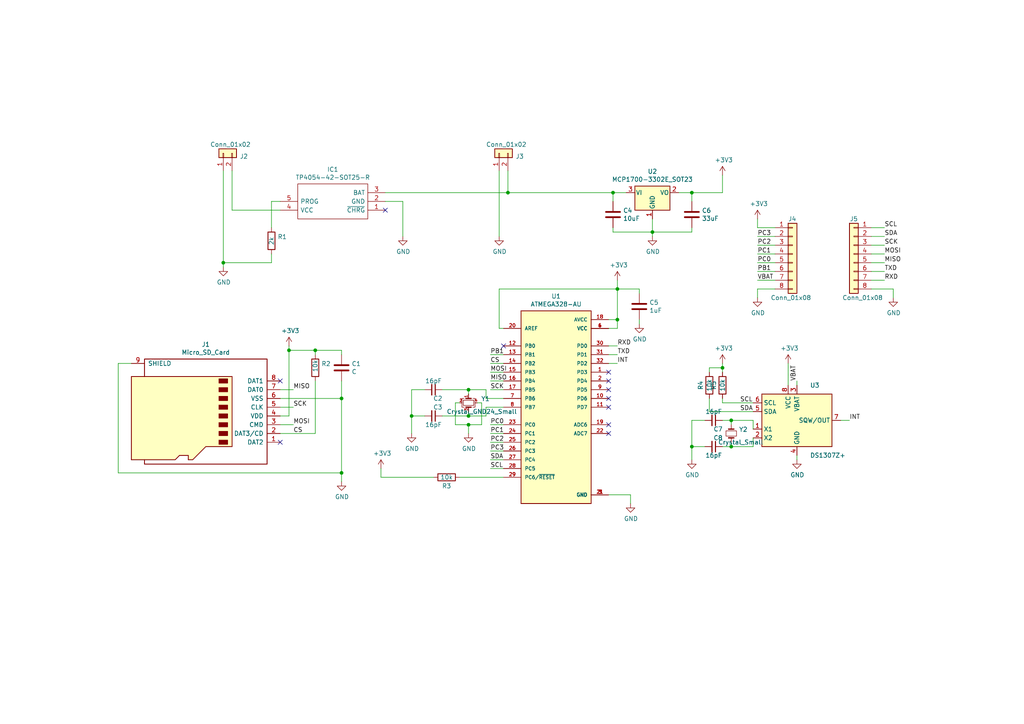
<source format=kicad_sch>
(kicad_sch (version 20230121) (generator eeschema)
  (paper "A4")
  (title_block (title "data-logger") (company "John Greenwell"))
  (lib_symbols
    (symbol "ATMEGA328-AU:ATMEGA328-AU" (pin_names (offset 1.016))
      (property "Reference" "U" (at -10.1854 29.2862 0))
      (property "Value" "ATMEGA328-AU" (at -10.16 -31.7754 0))
      (symbol "ATMEGA328-AU_0_0"
        (rectangle (start -10.16 -27.94) (end 10.16 27.94) (stroke (width 0.254)) (fill (type background)))
        (pin bidirectional line (at 15.24 10.16 180) (length 5.08) (name "PD3") (number "1"))
        (pin bidirectional line (at 15.24 2.54 180) (length 5.08) (name "PD6") (number "10"))
        (pin bidirectional line (at 15.24 0 180) (length 5.08) (name "PD7") (number "11"))
        (pin bidirectional line (at -15.24 17.78 0) (length 5.08) (name "PB0") (number "12"))
        (pin bidirectional line (at -15.24 15.24 0) (length 5.08) (name "PB1") (number "13"))
        (pin bidirectional line (at -15.24 12.7 0) (length 5.08) (name "PB2") (number "14"))
        (pin bidirectional line (at -15.24 10.16 0) (length 5.08) (name "PB3") (number "15"))
        (pin bidirectional line (at -15.24 7.62 0) (length 5.08) (name "PB4") (number "16"))
        (pin bidirectional line (at -15.24 5.08 0) (length 5.08) (name "PB5") (number "17"))
        (pin power_in line (at 15.24 25.4 180) (length 5.08) (name "AVCC") (number "18"))
        (pin bidirectional line (at 15.24 -5.08 180) (length 5.08) (name "ADC6") (number "19"))
        (pin bidirectional line (at 15.24 7.62 180) (length 5.08) (name "PD4") (number "2"))
        (pin input line (at -15.24 22.86 0) (length 5.08) (name "AREF") (number "20"))
        (pin power_in line (at 15.24 -25.4 180) (length 5.08) (name "GND") (number "21"))
        (pin bidirectional line (at 15.24 -7.62 180) (length 5.08) (name "ADC7") (number "22"))
        (pin bidirectional line (at -15.24 -5.08 0) (length 5.08) (name "PC0") (number "23"))
        (pin bidirectional line (at -15.24 -7.62 0) (length 5.08) (name "PC1") (number "24"))
        (pin bidirectional line (at -15.24 -10.16 0) (length 5.08) (name "PC2") (number "25"))
        (pin bidirectional line (at -15.24 -12.7 0) (length 5.08) (name "PC3") (number "26"))
        (pin bidirectional line (at -15.24 -15.24 0) (length 5.08) (name "PC4") (number "27"))
        (pin bidirectional line (at -15.24 -17.78 0) (length 5.08) (name "PC5") (number "28"))
        (pin bidirectional line (at -15.24 -20.32 0) (length 5.08) (name "PC6/~{RESET}") (number "29"))
        (pin power_in line (at 15.24 -25.4 180) (length 5.08) (name "GND") (number "3"))
        (pin bidirectional line (at 15.24 17.78 180) (length 5.08) (name "PD0") (number "30"))
        (pin bidirectional line (at 15.24 15.24 180) (length 5.08) (name "PD1") (number "31"))
        (pin bidirectional line (at 15.24 12.7 180) (length 5.08) (name "PD2") (number "32"))
        (pin power_in line (at 15.24 22.86 180) (length 5.08) (name "VCC") (number "4"))
        (pin power_in line (at 15.24 -25.4 180) (length 5.08) (name "GND") (number "5"))
        (pin power_in line (at 15.24 22.86 180) (length 5.08) (name "VCC") (number "6"))
        (pin bidirectional line (at -15.24 2.54 0) (length 5.08) (name "PB6") (number "7"))
        (pin bidirectional line (at -15.24 0 0) (length 5.08) (name "PB7") (number "8"))
        (pin bidirectional line (at 15.24 5.08 180) (length 5.08) (name "PD5") (number "9"))
      )
    )
    (symbol "Connector:Micro_SD_Card" (pin_names (offset 1.016))
      (property "Reference" "J" (at -16.51 15.24 0))
      (property "Value" "Micro_SD_Card" (at 16.51 15.24 0))
      (symbol "Micro_SD_Card_0_1"
        (rectangle (start -7.62 -9.525) (end -5.08 -10.795) (fill (type outline)))
        (rectangle (start -7.62 -6.985) (end -5.08 -8.255) (fill (type outline)))
        (rectangle (start -7.62 -4.445) (end -5.08 -5.715) (fill (type outline)))
        (rectangle (start -7.62 -1.905) (end -5.08 -3.175) (fill (type outline)))
        (rectangle (start -7.62 0.635) (end -5.08 -0.635) (fill (type outline)))
        (rectangle (start -7.62 3.175) (end -5.08 1.905) (fill (type outline)))
        (rectangle (start -7.62 5.715) (end -5.08 4.445) (fill (type outline)))
        (rectangle (start -7.62 8.255) (end -5.08 6.985) (fill (type outline)))
        (polyline (pts (xy 16.51 12.7) (xy 16.51 13.97) (xy -19.05 13.97) (xy -19.05 -16.51) (xy 16.51 -16.51) (xy 16.51 -11.43)) (stroke (width 0.254)))
        (polyline (pts (xy -8.89 -11.43) (xy -8.89 8.89) (xy -1.27 8.89) (xy 2.54 12.7) (xy 3.81 12.7) (xy 3.81 11.43) (xy 6.35 11.43) (xy 7.62 12.7) (xy 20.32 12.7) (xy 20.32 -11.43) (xy -8.89 -11.43)) (stroke (width 0.254)) (fill (type background)))
      )
      (symbol "Micro_SD_Card_1_1"
        (pin bidirectional line (at -22.86 7.62 0) (length 3.81) (name "DAT2") (number "1"))
        (pin bidirectional line (at -22.86 5.08 0) (length 3.81) (name "DAT3/CD") (number "2"))
        (pin input line (at -22.86 2.54 0) (length 3.81) (name "CMD") (number "3"))
        (pin power_in line (at -22.86 0 0) (length 3.81) (name "VDD") (number "4"))
        (pin input line (at -22.86 -2.54 0) (length 3.81) (name "CLK") (number "5"))
        (pin power_in line (at -22.86 -5.08 0) (length 3.81) (name "VSS") (number "6"))
        (pin bidirectional line (at -22.86 -7.62 0) (length 3.81) (name "DAT0") (number "7"))
        (pin bidirectional line (at -22.86 -10.16 0) (length 3.81) (name "DAT1") (number "8"))
        (pin passive line (at 20.32 -15.24 180) (length 3.81) (name "SHIELD") (number "9"))
      )
    )
    (symbol "Connector_Generic:Conn_01x02" (pin_names (offset 1.016) hide)
      (property "Reference" "J" (at 0 2.54 0))
      (property "Value" "Conn_01x02" (at 0 -5.08 0))
      (symbol "Conn_01x02_1_1"
        (rectangle (start -1.27 -2.413) (end 0 -2.667) (stroke (width 0.1524)))
        (rectangle (start -1.27 0.127) (end 0 -0.127) (stroke (width 0.1524)))
        (rectangle (start -1.27 1.27) (end 1.27 -3.81) (stroke (width 0.254)) (fill (type background)))
        (pin passive line (at -5.08 0 0) (length 3.81) (name "Pin_1") (number "1"))
        (pin passive line (at -5.08 -2.54 0) (length 3.81) (name "Pin_2") (number "2"))
      )
    )
    (symbol "Connector_Generic:Conn_01x08" (pin_names (offset 1.016) hide)
      (property "Reference" "J" (at 0 10.16 0))
      (property "Value" "Conn_01x08" (at 0 -12.7 0))
      (symbol "Conn_01x08_1_1"
        (rectangle (start -1.27 -10.033) (end 0 -10.287) (stroke (width 0.1524)))
        (rectangle (start -1.27 -7.493) (end 0 -7.747) (stroke (width 0.1524)))
        (rectangle (start -1.27 -4.953) (end 0 -5.207) (stroke (width 0.1524)))
        (rectangle (start -1.27 -2.413) (end 0 -2.667) (stroke (width 0.1524)))
        (rectangle (start -1.27 0.127) (end 0 -0.127) (stroke (width 0.1524)))
        (rectangle (start -1.27 2.667) (end 0 2.413) (stroke (width 0.1524)))
        (rectangle (start -1.27 5.207) (end 0 4.953) (stroke (width 0.1524)))
        (rectangle (start -1.27 7.747) (end 0 7.493) (stroke (width 0.1524)))
        (rectangle (start -1.27 8.89) (end 1.27 -11.43) (stroke (width 0.254)) (fill (type background)))
        (pin passive line (at -5.08 7.62 0) (length 3.81) (name "Pin_1") (number "1"))
        (pin passive line (at -5.08 5.08 0) (length 3.81) (name "Pin_2") (number "2"))
        (pin passive line (at -5.08 2.54 0) (length 3.81) (name "Pin_3") (number "3"))
        (pin passive line (at -5.08 0 0) (length 3.81) (name "Pin_4") (number "4"))
        (pin passive line (at -5.08 -2.54 0) (length 3.81) (name "Pin_5") (number "5"))
        (pin passive line (at -5.08 -5.08 0) (length 3.81) (name "Pin_6") (number "6"))
        (pin passive line (at -5.08 -7.62 0) (length 3.81) (name "Pin_7") (number "7"))
        (pin passive line (at -5.08 -10.16 0) (length 3.81) (name "Pin_8") (number "8"))
      )
    )
    (symbol "Device:C" (pin_numbers hide) (pin_names (offset 0.254))
      (property "Reference" "C" (at 0.635 2.54 0))
      (property "Value" "C" (at 0.635 -2.54 0))
      (symbol "C_0_1"
        (polyline (pts (xy -2.032 -0.762) (xy 2.032 -0.762)) (stroke (width 0.508)))
        (polyline (pts (xy -2.032 0.762) (xy 2.032 0.762)) (stroke (width 0.508)))
      )
      (symbol "C_1_1"
        (pin passive line (at 0 3.81 270) (length 2.794) (name "~") (number "1"))
        (pin passive line (at 0 -3.81 90) (length 2.794) (name "~") (number "2"))
      )
    )
    (symbol "Device:C_Small" (pin_numbers hide) (pin_names (offset 0.254) hide)
      (property "Reference" "C" (at 0.254 1.778 0))
      (property "Value" "C_Small" (at 0.254 -2.032 0))
      (symbol "C_Small_0_1"
        (polyline (pts (xy -1.524 -0.508) (xy 1.524 -0.508)) (stroke (width 0.3302)))
        (polyline (pts (xy -1.524 0.508) (xy 1.524 0.508)) (stroke (width 0.3048)))
      )
      (symbol "C_Small_1_1"
        (pin passive line (at 0 2.54 270) (length 2.032) (name "~") (number "1"))
        (pin passive line (at 0 -2.54 90) (length 2.032) (name "~") (number "2"))
      )
    )
    (symbol "Device:Crystal_GND24_Small" (pin_names (offset 1.016) hide)
      (property "Reference" "Y" (at 1.27 4.445 0))
      (property "Value" "Crystal_GND24_Small" (at 1.27 2.54 0))
      (symbol "Crystal_GND24_Small_0_1"
        (rectangle (start -0.762 -1.524) (end 0.762 1.524))
        (polyline (pts (xy -1.27 -0.762) (xy -1.27 0.762)) (stroke (width 0.381)))
        (polyline (pts (xy 1.27 -0.762) (xy 1.27 0.762)) (stroke (width 0.381)))
        (polyline (pts (xy -1.27 -1.27) (xy -1.27 -1.905) (xy 1.27 -1.905) (xy 1.27 -1.27)))
        (polyline (pts (xy -1.27 1.27) (xy -1.27 1.905) (xy 1.27 1.905) (xy 1.27 1.27)))
      )
      (symbol "Crystal_GND24_Small_1_1"
        (pin passive line (at -2.54 0 0) (length 1.27) (name "1") (number "1"))
        (pin passive line (at 0 -2.54 90) (length 0.635) (name "2") (number "2"))
        (pin passive line (at 2.54 0 180) (length 1.27) (name "3") (number "3"))
        (pin passive line (at 0 2.54 270) (length 0.635) (name "4") (number "4"))
      )
    )
    (symbol "Device:Crystal_Small" (pin_numbers hide) (pin_names (offset 1.016) hide)
      (property "Reference" "Y" (at 0 2.54 0))
      (property "Value" "Crystal_Small" (at 0 -2.54 0))
      (symbol "Crystal_Small_0_1"
        (rectangle (start -0.762 -1.524) (end 0.762 1.524))
        (polyline (pts (xy -1.27 -0.762) (xy -1.27 0.762)) (stroke (width 0.381)))
        (polyline (pts (xy 1.27 -0.762) (xy 1.27 0.762)) (stroke (width 0.381)))
      )
      (symbol "Crystal_Small_1_1"
        (pin passive line (at -2.54 0 0) (length 1.27) (name "1") (number "1"))
        (pin passive line (at 2.54 0 180) (length 1.27) (name "2") (number "2"))
      )
    )
    (symbol "Device:R" (pin_numbers hide) (pin_names (offset 0))
      (property "Reference" "R" (at 2.032 0 90))
      (property "Value" "R" (at 0 0 90))
      (symbol "R_0_1"
        (rectangle (start -1.016 -2.54) (end 1.016 2.54) (stroke (width 0.254)))
      )
      (symbol "R_1_1"
        (pin passive line (at 0 3.81 270) (length 1.27) (name "~") (number "1"))
        (pin passive line (at 0 -3.81 90) (length 1.27) (name "~") (number "2"))
      )
    )
    (symbol "TP4054-42-SOT25-R:TP4054-42-SOT25-R" (pin_names (offset 0.762))
      (property "Reference" "IC" (at 26.67 7.62 0))
      (property "Value" "TP4054-42-SOT25-R" (at 26.67 5.08 0))
      (symbol "TP4054-42-SOT25-R_0_0"
        (pin passive line (at 0 0 0) (length 5.08) (name "~{CHRG}") (number "1"))
        (pin passive line (at 0 -2.54 0) (length 5.08) (name "GND") (number "2"))
        (pin passive line (at 0 -5.08 0) (length 5.08) (name "BAT") (number "3"))
        (pin passive line (at 30.48 0 180) (length 5.08) (name "VCC") (number "4"))
        (pin passive line (at 30.48 -2.54 180) (length 5.08) (name "PROG") (number "5"))
      )
      (symbol "TP4054-42-SOT25-R_0_1"
        (polyline (pts (xy 5.08 2.54) (xy 25.4 2.54) (xy 25.4 -7.62) (xy 5.08 -7.62) (xy 5.08 2.54)) (stroke (width 0.1524)))
      )
    )
    (symbol "Timer_RTC:DS1307Z+"
      (property "Reference" "U" (at -8.89 8.89 0))
      (property "Value" "DS1307Z+" (at 1.27 8.89 0))
      (symbol "DS1307Z+_0_1"
        (rectangle (start -10.16 7.62) (end 10.16 -7.62) (stroke (width 0.254)) (fill (type background)))
      )
      (symbol "DS1307Z+_1_1"
        (pin input line (at -12.7 -2.54 0) (length 2.54) (name "X1") (number "1"))
        (pin input line (at -12.7 -5.08 0) (length 2.54) (name "X2") (number "2"))
        (pin power_in line (at 0 10.16 270) (length 2.54) (name "VBAT") (number "3"))
        (pin power_in line (at 0 -10.16 90) (length 2.54) (name "GND") (number "4"))
        (pin bidirectional line (at -12.7 2.54 0) (length 2.54) (name "SDA") (number "5"))
        (pin input line (at -12.7 5.08 0) (length 2.54) (name "SCL") (number "6"))
        (pin open_collector line (at 12.7 0 180) (length 2.54) (name "SQW/OUT") (number "7"))
        (pin power_in line (at -2.54 10.16 270) (length 2.54) (name "VCC") (number "8"))
      )
    )
    (symbol "data-logger-rescue:+3.3V-power" (power) (pin_names (offset 0))
      (property "Value" "+3.3V-power" (at 0 3.556 0))
      (symbol "+3.3V-power_0_1"
        (polyline (pts (xy -0.762 1.27) (xy 0 2.54)))
        (polyline (pts (xy 0 0) (xy 0 2.54)))
        (polyline (pts (xy 0 2.54) (xy 0.762 1.27)))
      )
      (symbol "+3.3V-power_1_1"
        (pin power_in line (at 0 0 90) (length 0) hide (name "+3V3") (number "1"))
      )
    )
    (symbol "data-logger-rescue:MCP1700-3302E_SOT23-Regulator_Linear" (pin_names (offset 0.254))
      (property "Reference" "U" (at -3.81 3.175 0))
      (property "Value" "Regulator_Linear_MCP1700-3302E_SOT23" (at 0 3.175 0))
      (symbol "MCP1700-3302E_SOT23-Regulator_Linear_0_1"
        (rectangle (start -5.08 1.905) (end 5.08 -5.08) (stroke (width 0.254)) (fill (type background)))
      )
      (symbol "MCP1700-3302E_SOT23-Regulator_Linear_1_1"
        (pin power_in line (at 0 -7.62 90) (length 2.54) (name "GND") (number "1"))
        (pin power_out line (at 7.62 0 180) (length 2.54) (name "VO") (number "2"))
        (pin power_in line (at -7.62 0 0) (length 2.54) (name "VI") (number "3"))
      )
    )
    (symbol "power:+3V3" (power) (pin_names (offset 0))
      (property "Value" "+3V3" (at 0 3.556 0))
      (symbol "+3V3_0_1"
        (polyline (pts (xy -0.762 1.27) (xy 0 2.54)))
        (polyline (pts (xy 0 0) (xy 0 2.54)))
        (polyline (pts (xy 0 2.54) (xy 0.762 1.27)))
      )
      (symbol "+3V3_1_1"
        (pin power_in line (at 0 0 90) (length 0) hide (name "+3V3") (number "1"))
      )
    )
    (symbol "power:GND" (power) (pin_names (offset 0))
      (property "Value" "GND" (at 0 -3.81 0))
      (symbol "GND_0_1"
        (polyline (pts (xy 0 0) (xy 0 -1.27) (xy 1.27 -1.27) (xy 0 -2.54) (xy -1.27 -1.27) (xy 0 -1.27)))
      )
      (symbol "GND_1_1"
        (pin power_in line (at 0 0 270) (length 0) hide (name "GND") (number "1"))
      )
    )
  )
  (junction (at 135.89 113.03))
  (junction (at 91.44 101.6))
  (junction (at 200.66 129.54))
  (junction (at 99.06 137.16))
  (junction (at 179.07 92.71))
  (junction (at 179.07 83.82))
  (junction (at 147.32 55.88))
  (junction (at 189.23 67.31))
  (junction (at 200.66 55.88))
  (junction (at 119.38 120.65))
  (junction (at 64.77 76.2))
  (junction (at 177.8 55.88))
  (junction (at 99.06 115.57))
  (junction (at 135.89 120.65))
  (junction (at 212.09 121.92))
  (junction (at 83.82 101.6))
  (junction (at 212.09 129.54))
  (junction (at 135.89 123.19))
  (junction (at 209.55 106.68))
  (no_connect (at 176.53 118.11))
  (no_connect (at 146.05 100.33))
  (no_connect (at 81.28 128.27))
  (no_connect (at 176.53 110.49))
  (no_connect (at 176.53 115.57))
  (no_connect (at 176.53 107.95))
  (no_connect (at 176.53 113.03))
  (no_connect (at 111.76 60.96))
  (no_connect (at 81.28 110.49))
  (no_connect (at 176.53 125.73))
  (no_connect (at 176.53 123.19))
  (wire (pts (xy 38.1 105.41) (xy 34.29 105.41)))
  (wire (pts (xy 64.77 76.2) (xy 78.74 76.2)))
  (wire (pts (xy 111.76 55.88) (xy 147.32 55.88)))
  (wire (pts (xy 204.47 129.54) (xy 200.66 129.54)))
  (wire (pts (xy 142.24 130.81) (xy 146.05 130.81)))
  (wire (pts (xy 116.84 58.42) (xy 116.84 68.58)))
  (wire (pts (xy 185.42 83.82) (xy 179.07 83.82)))
  (wire (pts (xy 67.31 60.96) (xy 81.28 60.96)))
  (wire (pts (xy 91.44 101.6) (xy 99.06 101.6)))
  (wire (pts (xy 144.78 49.53) (xy 144.78 68.58)))
  (wire (pts (xy 218.44 124.46) (xy 218.44 121.92)))
  (wire (pts (xy 219.71 86.36) (xy 219.71 83.82)))
  (wire (pts (xy 111.76 58.42) (xy 116.84 58.42)))
  (wire (pts (xy 176.53 92.71) (xy 179.07 92.71)))
  (wire (pts (xy 81.28 120.65) (xy 83.82 120.65)))
  (wire (pts (xy 83.82 120.65) (xy 83.82 101.6)))
  (wire (pts (xy 138.43 116.84) (xy 139.7 116.84)))
  (wire (pts (xy 224.79 68.58) (xy 219.71 68.58)))
  (wire (pts (xy 259.08 83.82) (xy 259.08 86.36)))
  (wire (pts (xy 99.06 110.49) (xy 99.06 115.57)))
  (wire (pts (xy 78.74 73.66) (xy 78.74 76.2)))
  (wire (pts (xy 142.24 125.73) (xy 146.05 125.73)))
  (wire (pts (xy 224.79 66.04) (xy 219.71 66.04)))
  (wire (pts (xy 185.42 93.98) (xy 185.42 92.71)))
  (wire (pts (xy 219.71 66.04) (xy 219.71 63.5)))
  (wire (pts (xy 205.74 107.95) (xy 205.74 106.68)))
  (wire (pts (xy 182.88 143.51) (xy 182.88 146.05)))
  (wire (pts (xy 205.74 106.68) (xy 209.55 106.68)))
  (wire (pts (xy 176.53 102.87) (xy 179.07 102.87)))
  (wire (pts (xy 252.73 71.12) (xy 256.54 71.12)))
  (wire (pts (xy 78.74 58.42) (xy 81.28 58.42)))
  (wire (pts (xy 200.66 129.54) (xy 200.66 133.35)))
  (wire (pts (xy 146.05 95.25) (xy 144.78 95.25)))
  (wire (pts (xy 78.74 66.04) (xy 78.74 58.42)))
  (wire (pts (xy 146.05 105.41) (xy 142.24 105.41)))
  (wire (pts (xy 176.53 100.33) (xy 179.07 100.33)))
  (wire (pts (xy 119.38 113.03) (xy 119.38 120.65)))
  (wire (pts (xy 67.31 49.53) (xy 67.31 60.96)))
  (wire (pts (xy 179.07 83.82) (xy 179.07 81.28)))
  (wire (pts (xy 135.89 113.03) (xy 128.27 113.03)))
  (wire (pts (xy 144.78 95.25) (xy 144.78 83.82)))
  (wire (pts (xy 224.79 73.66) (xy 219.71 73.66)))
  (wire (pts (xy 252.73 66.04) (xy 256.54 66.04)))
  (wire (pts (xy 252.73 68.58) (xy 256.54 68.58)))
  (wire (pts (xy 218.44 121.92) (xy 212.09 121.92)))
  (wire (pts (xy 123.19 113.03) (xy 119.38 113.03)))
  (wire (pts (xy 140.97 113.03) (xy 135.89 113.03)))
  (wire (pts (xy 212.09 123.19) (xy 212.09 121.92)))
  (wire (pts (xy 179.07 92.71) (xy 179.07 83.82)))
  (wire (pts (xy 99.06 101.6) (xy 99.06 102.87)))
  (wire (pts (xy 135.89 120.65) (xy 128.27 120.65)))
  (wire (pts (xy 146.05 133.35) (xy 142.24 133.35)))
  (wire (pts (xy 204.47 121.92) (xy 200.66 121.92)))
  (wire (pts (xy 252.73 73.66) (xy 256.54 73.66)))
  (wire (pts (xy 147.32 49.53) (xy 147.32 55.88)))
  (wire (pts (xy 146.05 118.11) (xy 140.97 118.11)))
  (wire (pts (xy 99.06 137.16) (xy 99.06 139.7)))
  (wire (pts (xy 146.05 102.87) (xy 142.24 102.87)))
  (wire (pts (xy 224.79 76.2) (xy 219.71 76.2)))
  (wire (pts (xy 209.55 106.68) (xy 209.55 105.41)))
  (wire (pts (xy 132.08 116.84) (xy 132.08 123.19)))
  (wire (pts (xy 209.55 116.84) (xy 218.44 116.84)))
  (wire (pts (xy 218.44 127) (xy 218.44 129.54)))
  (wire (pts (xy 146.05 113.03) (xy 142.24 113.03)))
  (wire (pts (xy 110.49 138.43) (xy 110.49 135.89)))
  (wire (pts (xy 146.05 107.95) (xy 142.24 107.95)))
  (wire (pts (xy 209.55 107.95) (xy 209.55 106.68)))
  (wire (pts (xy 64.77 76.2) (xy 64.77 49.53)))
  (wire (pts (xy 177.8 55.88) (xy 177.8 58.42)))
  (wire (pts (xy 135.89 119.38) (xy 135.89 120.65)))
  (wire (pts (xy 212.09 128.27) (xy 212.09 129.54)))
  (wire (pts (xy 224.79 81.28) (xy 219.71 81.28)))
  (wire (pts (xy 132.08 123.19) (xy 135.89 123.19)))
  (wire (pts (xy 147.32 55.88) (xy 177.8 55.88)))
  (wire (pts (xy 140.97 118.11) (xy 140.97 120.65)))
  (wire (pts (xy 91.44 101.6) (xy 83.82 101.6)))
  (wire (pts (xy 142.24 128.27) (xy 146.05 128.27)))
  (wire (pts (xy 200.66 66.04) (xy 200.66 67.31)))
  (wire (pts (xy 123.19 120.65) (xy 119.38 120.65)))
  (wire (pts (xy 81.28 123.19) (xy 85.09 123.19)))
  (wire (pts (xy 200.66 121.92) (xy 200.66 129.54)))
  (wire (pts (xy 146.05 110.49) (xy 142.24 110.49)))
  (wire (pts (xy 231.14 132.08) (xy 231.14 133.35)))
  (wire (pts (xy 64.77 77.47) (xy 64.77 76.2)))
  (wire (pts (xy 34.29 105.41) (xy 34.29 137.16)))
  (wire (pts (xy 224.79 71.12) (xy 219.71 71.12)))
  (wire (pts (xy 140.97 120.65) (xy 135.89 120.65)))
  (wire (pts (xy 177.8 67.31) (xy 189.23 67.31)))
  (wire (pts (xy 212.09 129.54) (xy 209.55 129.54)))
  (wire (pts (xy 125.73 138.43) (xy 110.49 138.43)))
  (wire (pts (xy 99.06 115.57) (xy 99.06 137.16)))
  (wire (pts (xy 224.79 78.74) (xy 219.71 78.74)))
  (wire (pts (xy 200.66 67.31) (xy 189.23 67.31)))
  (wire (pts (xy 142.24 123.19) (xy 146.05 123.19)))
  (wire (pts (xy 200.66 55.88) (xy 209.55 55.88)))
  (wire (pts (xy 81.28 115.57) (xy 99.06 115.57)))
  (wire (pts (xy 176.53 143.51) (xy 182.88 143.51)))
  (wire (pts (xy 83.82 101.6) (xy 83.82 100.33)))
  (wire (pts (xy 34.29 137.16) (xy 99.06 137.16)))
  (wire (pts (xy 91.44 110.49) (xy 91.44 125.73)))
  (wire (pts (xy 252.73 76.2) (xy 256.54 76.2)))
  (wire (pts (xy 205.74 119.38) (xy 218.44 119.38)))
  (wire (pts (xy 146.05 135.89) (xy 142.24 135.89)))
  (wire (pts (xy 176.53 95.25) (xy 179.07 95.25)))
  (wire (pts (xy 91.44 102.87) (xy 91.44 101.6)))
  (wire (pts (xy 189.23 63.5) (xy 189.23 67.31)))
  (wire (pts (xy 140.97 115.57) (xy 146.05 115.57)))
  (wire (pts (xy 224.79 83.82) (xy 219.71 83.82)))
  (wire (pts (xy 139.7 123.19) (xy 135.89 123.19)))
  (wire (pts (xy 209.55 115.57) (xy 209.55 116.84)))
  (wire (pts (xy 228.6 111.76) (xy 228.6 105.41)))
  (wire (pts (xy 81.28 118.11) (xy 85.09 118.11)))
  (wire (pts (xy 139.7 116.84) (xy 139.7 123.19)))
  (wire (pts (xy 196.85 55.88) (xy 200.66 55.88)))
  (wire (pts (xy 119.38 120.65) (xy 119.38 125.73)))
  (wire (pts (xy 133.35 116.84) (xy 132.08 116.84)))
  (wire (pts (xy 189.23 67.31) (xy 189.23 68.58)))
  (wire (pts (xy 252.73 83.82) (xy 259.08 83.82)))
  (wire (pts (xy 231.14 111.76) (xy 231.14 110.49)))
  (wire (pts (xy 200.66 58.42) (xy 200.66 55.88)))
  (wire (pts (xy 177.8 66.04) (xy 177.8 67.31)))
  (wire (pts (xy 81.28 113.03) (xy 85.09 113.03)))
  (wire (pts (xy 218.44 129.54) (xy 212.09 129.54)))
  (wire (pts (xy 209.55 55.88) (xy 209.55 50.8)))
  (wire (pts (xy 243.84 121.92) (xy 246.38 121.92)))
  (wire (pts (xy 146.05 138.43) (xy 133.35 138.43)))
  (wire (pts (xy 176.53 105.41) (xy 179.07 105.41)))
  (wire (pts (xy 135.89 125.73) (xy 135.89 123.19)))
  (wire (pts (xy 179.07 95.25) (xy 179.07 92.71)))
  (wire (pts (xy 181.61 55.88) (xy 177.8 55.88)))
  (wire (pts (xy 205.74 119.38) (xy 205.74 115.57)))
  (wire (pts (xy 185.42 85.09) (xy 185.42 83.82)))
  (wire (pts (xy 144.78 83.82) (xy 179.07 83.82)))
  (wire (pts (xy 212.09 121.92) (xy 209.55 121.92)))
  (wire (pts (xy 140.97 115.57) (xy 140.97 113.03)))
  (wire (pts (xy 81.28 125.73) (xy 91.44 125.73)))
  (wire (pts (xy 252.73 81.28) (xy 256.54 81.28)))
  (wire (pts (xy 252.73 78.74) (xy 256.54 78.74)))
  (wire (pts (xy 135.89 113.03) (xy 135.89 114.3)))
  (label "PC1" (at 142.24 125.73 0))
  (label "MOSI" (at 142.24 107.95 0))
  (label "CS" (at 85.09 125.73 0))
  (label "PC1" (at 219.71 73.66 0))
  (label "TXD" (at 179.07 102.87 0))
  (label "PC2" (at 219.71 71.12 0))
  (label "MISO" (at 85.09 113.03 0))
  (label "RXD" (at 256.54 81.28 0))
  (label "PC2" (at 142.24 128.27 0))
  (label "PB1" (at 219.71 78.74 0))
  (label "SCK" (at 142.24 113.03 0))
  (label "MISO" (at 256.54 76.2 0))
  (label "RXD" (at 179.07 100.33 0))
  (label "TXD" (at 256.54 78.74 0))
  (label "PC0" (at 142.24 123.19 0))
  (label "VBAT" (at 231.14 110.49 90))
  (label "MOSI" (at 256.54 73.66 0))
  (label "CS" (at 142.24 105.41 0))
  (label "SDA" (at 142.24 133.35 0))
  (label "VBAT" (at 219.71 81.28 0))
  (label "SCK" (at 85.09 118.11 0))
  (label "PB1" (at 142.24 102.87 0))
  (label "PC0" (at 219.71 76.2 0))
  (label "MOSI" (at 85.09 123.19 0))
  (label "PC3" (at 142.24 130.81 0))
  (label "INT" (at 246.38 121.92 0))
  (label "SCL" (at 142.24 135.89 0))
  (label "SCL" (at 214.63 116.84 0))
  (label "INT" (at 179.07 105.41 0))
  (label "SDA" (at 256.54 68.58 0))
  (label "SDA" (at 214.63 119.38 0))
  (label "MISO" (at 142.24 110.49 0))
  (label "SCL" (at 256.54 66.04 0))
  (label "PC3" (at 219.71 68.58 0))
  (label "SCK" (at 256.54 71.12 0))
  (symbol (lib_id "ATMEGA328-AU:ATMEGA328-AU") (at 161.29 118.11 0) (unit 1)
    (property "Reference" "U1" (at 161.29 85.9282 0))
    (property "Value" "ATMEGA328-AU" (at 161.29 88.2396 0))
    (property "Footprint" "Components:QFP80P900X900X120-32N" (effects hide))
    (property "MANUFACTURER" "Atmel" (effects hide))
  )
  (symbol (lib_id "Timer_RTC:DS1307Z+") (at 231.14 121.92 0) (unit 1)
    (property "Reference" "U3" (at 234.95 111.76 0) (effects (justify left)))
    (property "Value" "DS1307Z+" (at 234.95 132.08 0) (effects (justify left)))
    (property "Footprint" "Package_SO:SOIC-8_3.9x4.9mm_P1.27mm" (effects hide))
    (property "Datasheet" "https://datasheets.maximintegrated.com/en/ds/DS1307.pdf" (effects hide))
  )
  (symbol (lib_id "TP4054-42-SOT25-R:TP4054-42-SOT25-R") (at 111.76 60.96 180) (unit 1)
    (property "Reference" "IC1" (at 96.52 49.149 0))
    (property "Value" "TP4054-42-SOT25-R" (at 96.52 51.4604 0))
    (property "Footprint" "Components:SOT95P280X100-5N" (effects hide))
    (property "Datasheet" "http://images.100y.com.tw/pdf_file/38-TP-TP4054x.pdf" (effects hide))
    (property "Description" "Standalone Linear Li-ion Battery Charger with Thermal Regulation, SOT-23-5" (effects hide))
    (property "Height" "1" (effects hide))
    (property "Manufacturer_Name" "TOP POWER" (effects hide))
    (property "Manufacturer_Part_Number" "TP4054-42-SOT25-R" (effects hide))
  )
  (symbol (lib_id "data-logger-rescue:MCP1700-3302E_SOT23-Regulator_Linear") (at 189.23 55.88 0) (unit 1)
    (property "Reference" "U2" (at 189.23 49.7332 0))
    (property "Value" "MCP1700-3302E_SOT23" (at 189.23 52.0446 0))
    (property "Footprint" "Package_TO_SOT_SMD:SOT-23W_Handsoldering" (effects hide))
    (property "Datasheet" "http://ww1.microchip.com/downloads/en/DeviceDoc/20001826D.pdf" (effects hide))
  )
  (symbol (lib_id "Connector:Micro_SD_Card") (at 58.42 120.65 180) (unit 1)
    (property "Reference" "J1" (at 59.69 99.8982 0))
    (property "Value" "Micro_SD_Card" (at 59.69 102.2096 0))
    (property "Footprint" "Connector_Card:microSD_HC_Wuerth_693072010801" (effects hide))
    (property "Datasheet" "http://katalog.we-online.de/em/datasheet/693072010801.pdf" (effects hide))
  )
  (symbol (lib_id "power:GND") (at 144.78 68.58 0) (unit 1)
    (property "Reference" "#PWR08" (effects hide))
    (property "Value" "GND" (at 144.907 72.9742 0))
  )
  (symbol (lib_id "power:GND") (at 116.84 68.58 0) (unit 1)
    (property "Reference" "#PWR05" (effects hide))
    (property "Value" "GND" (at 116.967 72.9742 0))
  )
  (symbol (lib_id "power:GND") (at 189.23 68.58 0) (unit 1)
    (property "Reference" "#PWR012" (effects hide))
    (property "Value" "GND" (at 189.357 72.9742 0))
  )
  (symbol (lib_id "power:GND") (at 64.77 77.47 0) (unit 1)
    (property "Reference" "#PWR01" (effects hide))
    (property "Value" "GND" (at 64.897 81.8642 0))
  )
  (symbol (lib_id "Device:C") (at 177.8 62.23 0) (unit 1)
    (property "Reference" "C4" (at 180.721 61.0616 0) (effects (justify left)))
    (property "Value" "10uF" (at 180.721 63.373 0) (effects (justify left)))
    (property "Footprint" "Capacitor_SMD:C_0603_1608Metric_Pad1.08x0.95mm_HandSolder" (effects hide))
  )
  (symbol (lib_id "Device:C") (at 200.66 62.23 0) (unit 1)
    (property "Reference" "C6" (at 203.581 61.0616 0) (effects (justify left)))
    (property "Value" "33uF" (at 203.581 63.373 0) (effects (justify left)))
    (property "Footprint" "Capacitor_SMD:C_0603_1608Metric_Pad1.08x0.95mm_HandSolder" (effects hide))
  )
  (symbol (lib_id "data-logger-rescue:+3.3V-power") (at 209.55 50.8 0) (unit 1)
    (property "Reference" "#PWR014" (effects hide))
    (property "Value" "+3.3V" (at 209.931 46.4058 0))
  )
  (symbol (lib_id "Device:R") (at 78.74 69.85 0) (unit 1)
    (property "Reference" "R1" (at 80.518 68.6816 0) (effects (justify left)))
    (property "Value" "2k" (at 78.74 71.12 90) (effects (justify left)))
    (property "Footprint" "Resistor_SMD:R_0603_1608Metric_Pad0.98x0.95mm_HandSolder" (effects hide))
  )
  (symbol (lib_id "Device:Crystal_GND24_Small") (at 135.89 116.84 270) (unit 1)
    (property "Reference" "Y1" (at 139.5476 115.6716 90) (effects (justify left)))
    (property "Value" "Crystal_GND24_Small" (at 129.54 119.38 90) (effects (justify left)))
    (property "Footprint" "Crystal:Crystal_SMD_TXC_7M-4Pin_3.2x2.5mm_HandSoldering" (effects hide))
  )
  (symbol (lib_id "power:GND") (at 135.89 125.73 0) (unit 1)
    (property "Reference" "#PWR07" (effects hide))
    (property "Value" "GND" (at 136.017 130.1242 0))
  )
  (symbol (lib_id "Device:Crystal_Small") (at 212.09 125.73 270) (unit 1)
    (property "Reference" "Y2" (at 214.3252 124.5616 90) (effects (justify left)))
    (property "Value" "Crystal_Small" (at 208.28 128.27 90) (effects (justify left)))
    (property "Footprint" "Crystal:Crystal_C26-LF_D2.1mm_L6.5mm_Horizontal" (effects hide))
  )
  (symbol (lib_id "Device:C_Small") (at 207.01 129.54 270) (unit 1)
    (property "Reference" "C8" (at 208.28 127 90))
    (property "Value" "16pF" (at 207.01 132.08 90))
    (property "Footprint" "Capacitor_SMD:C_0603_1608Metric_Pad1.08x0.95mm_HandSolder" (effects hide))
  )
  (symbol (lib_id "Device:C_Small") (at 207.01 121.92 270) (unit 1)
    (property "Reference" "C7" (at 208.28 124.46 90))
    (property "Value" "16pF" (at 207.01 119.38 90))
    (property "Footprint" "Capacitor_SMD:C_0603_1608Metric_Pad1.08x0.95mm_HandSolder" (effects hide))
  )
  (symbol (lib_id "power:GND") (at 200.66 133.35 0) (unit 1)
    (property "Reference" "#PWR013" (effects hide))
    (property "Value" "GND" (at 200.787 137.7442 0))
  )
  (symbol (lib_id "power:GND") (at 231.14 133.35 0) (unit 1)
    (property "Reference" "#PWR018" (effects hide))
    (property "Value" "GND" (at 231.267 137.7442 0))
  )
  (symbol (lib_id "Device:C_Small") (at 125.73 120.65 270) (unit 1)
    (property "Reference" "C3" (at 127 118.11 90))
    (property "Value" "16pF" (at 125.73 123.19 90))
    (property "Footprint" "Capacitor_SMD:C_0603_1608Metric_Pad1.08x0.95mm_HandSolder" (effects hide))
  )
  (symbol (lib_id "Device:C_Small") (at 125.73 113.03 270) (unit 1)
    (property "Reference" "C2" (at 127 115.57 90))
    (property "Value" "16pF" (at 125.73 110.49 90))
    (property "Footprint" "Capacitor_SMD:C_0603_1608Metric_Pad1.08x0.95mm_HandSolder" (effects hide))
  )
  (symbol (lib_id "power:GND") (at 119.38 125.73 0) (unit 1)
    (property "Reference" "#PWR06" (effects hide))
    (property "Value" "GND" (at 119.507 130.1242 0))
  )
  (symbol (lib_id "data-logger-rescue:+3.3V-power") (at 228.6 105.41 0) (unit 1)
    (property "Reference" "#PWR017" (effects hide))
    (property "Value" "+3.3V" (at 228.981 101.0158 0))
  )
  (symbol (lib_id "Device:R") (at 129.54 138.43 270) (unit 1)
    (property "Reference" "R3" (at 129.54 140.97 90))
    (property "Value" "10k" (at 129.54 138.43 90))
    (property "Footprint" "Resistor_SMD:R_0603_1608Metric_Pad0.98x0.95mm_HandSolder" (effects hide))
  )
  (symbol (lib_id "data-logger-rescue:+3.3V-power") (at 110.49 135.89 0) (unit 1)
    (property "Reference" "#PWR04" (effects hide))
    (property "Value" "+3.3V" (at 110.871 131.4958 0))
  )
  (symbol (lib_id "power:GND") (at 182.88 146.05 0) (unit 1)
    (property "Reference" "#PWR010" (effects hide))
    (property "Value" "GND" (at 183.007 150.4442 0))
  )
  (symbol (lib_id "power:+3V3") (at 179.07 81.28 0) (unit 1)
    (property "Reference" "#PWR09" (effects hide))
    (property "Value" "+3V3" (at 179.451 76.8858 0))
  )
  (symbol (lib_id "Device:C") (at 185.42 88.9 0) (unit 1)
    (property "Reference" "C5" (at 188.341 87.7316 0) (effects (justify left)))
    (property "Value" "1uF" (at 188.341 90.043 0) (effects (justify left)))
    (property "Footprint" "Capacitor_SMD:C_0603_1608Metric_Pad1.08x0.95mm_HandSolder" (effects hide))
  )
  (symbol (lib_id "power:GND") (at 185.42 93.98 0) (unit 1)
    (property "Reference" "#PWR011" (effects hide))
    (property "Value" "GND" (at 185.547 98.3742 0))
  )
  (symbol (lib_id "power:GND") (at 99.06 139.7 0) (unit 1)
    (property "Reference" "#PWR03" (effects hide))
    (property "Value" "GND" (at 99.187 144.0942 0))
  )
  (symbol (lib_id "power:+3V3") (at 83.82 100.33 0) (unit 1)
    (property "Reference" "#PWR02" (effects hide))
    (property "Value" "+3V3" (at 84.201 95.9358 0))
  )
  (symbol (lib_id "Device:R") (at 91.44 106.68 0) (unit 1)
    (property "Reference" "R2" (at 93.218 105.5116 0) (effects (justify left)))
    (property "Value" "10k" (at 91.44 107.95 90) (effects (justify left)))
    (property "Footprint" "Resistor_SMD:R_0603_1608Metric_Pad0.98x0.95mm_HandSolder" (effects hide))
  )
  (symbol (lib_id "Device:C") (at 99.06 106.68 0) (unit 1)
    (property "Reference" "C1" (at 101.981 105.5116 0) (effects (justify left)))
    (property "Value" "C" (at 101.981 107.823 0) (effects (justify left)))
    (property "Footprint" "Capacitor_SMD:C_0603_1608Metric_Pad1.08x0.95mm_HandSolder" (effects hide))
  )
  (symbol (lib_id "Device:R") (at 205.74 111.76 180) (unit 1)
    (property "Reference" "R4" (at 203.2 111.76 90))
    (property "Value" "10k" (at 205.74 111.76 90))
    (property "Footprint" "Resistor_SMD:R_0603_1608Metric_Pad0.98x0.95mm_HandSolder" (effects hide))
  )
  (symbol (lib_id "Device:R") (at 209.55 111.76 180) (unit 1)
    (property "Reference" "R5" (at 207.01 111.76 90))
    (property "Value" "10k" (at 209.55 111.76 90))
    (property "Footprint" "Resistor_SMD:R_0603_1608Metric_Pad0.98x0.95mm_HandSolder" (effects hide))
  )
  (symbol (lib_id "data-logger-rescue:+3.3V-power") (at 209.55 105.41 0) (unit 1)
    (property "Reference" "#PWR020" (effects hide))
    (property "Value" "+3.3V" (at 209.931 101.0158 0))
  )
  (symbol (lib_id "Connector_Generic:Conn_01x08") (at 229.87 73.66 0) (unit 1)
    (property "Reference" "J4" (at 228.6 63.5 0) (effects (justify left)))
    (property "Value" "Conn_01x08" (at 223.52 86.36 0) (effects (justify left)))
    (property "Footprint" "Connector_PinHeader_2.54mm:PinHeader_1x08_P2.54mm_Vertical" (effects hide))
  )
  (symbol (lib_id "Connector_Generic:Conn_01x08") (at 247.65 73.66 0) (mirror y) (unit 1)
    (property "Reference" "J5" (at 247.65 63.5 0))
    (property "Value" "Conn_01x08" (at 250.19 86.36 0))
    (property "Footprint" "Connector_PinHeader_2.54mm:PinHeader_1x08_P2.54mm_Vertical" (effects hide))
  )
  (symbol (lib_id "Connector_Generic:Conn_01x02") (at 64.77 44.45 90) (unit 1)
    (property "Reference" "J2" (at 69.5452 45.3644 90) (effects (justify right)))
    (property "Value" "Conn_01x02" (at 60.96 41.91 90) (effects (justify right)))
    (property "Footprint" "Connector_PinHeader_2.54mm:PinHeader_1x02_P2.54mm_Vertical" (effects hide))
  )
  (symbol (lib_id "Connector_Generic:Conn_01x02") (at 144.78 44.45 90) (unit 1)
    (property "Reference" "J3" (at 149.5552 45.3644 90) (effects (justify right)))
    (property "Value" "Conn_01x02" (at 140.97 41.91 90) (effects (justify right)))
    (property "Footprint" "Connector_JST:JST_PH_S2B-PH-K_1x02_P2.00mm_Horizontal" (effects hide))
  )
  (symbol (lib_id "power:+3V3") (at 219.71 63.5 0) (unit 1)
    (property "Reference" "#PWR015" (effects hide))
    (property "Value" "+3V3" (at 220.091 59.1058 0))
  )
  (symbol (lib_id "power:GND") (at 259.08 86.36 0) (unit 1)
    (property "Reference" "#PWR019" (effects hide))
    (property "Value" "GND" (at 259.207 90.7542 0))
  )
  (symbol (lib_id "power:GND") (at 219.71 86.36 0) (unit 1)
    (property "Reference" "#PWR016" (effects hide))
    (property "Value" "GND" (at 219.837 90.7542 0))
  )
)
</source>
